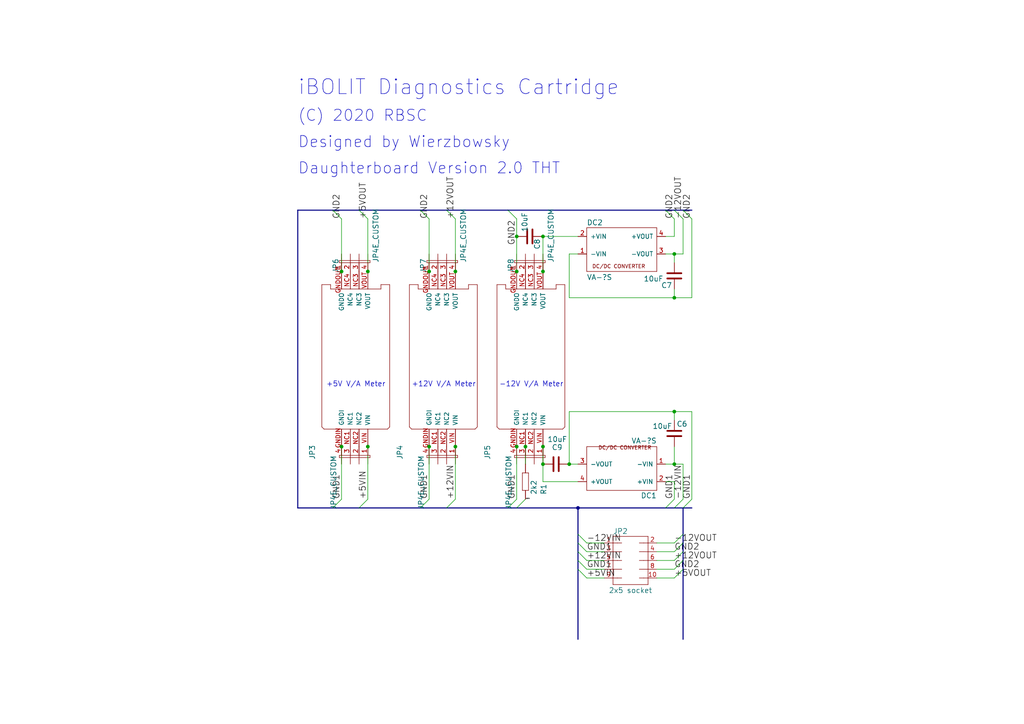
<source format=kicad_sch>
(kicad_sch (version 20211123) (generator eeschema)
  (paper "A4")
  (lib_symbols
    (symbol "Device:C" (pin_numbers hide) (pin_names (offset 0.254))
      (property "Reference" "C" (at 0.635 2.54 0))
      (property "Value" "C" (at 0.635 -2.54 0))
      (symbol "C_0_1"
        (polyline (pts (xy -2.032 -0.762) (xy 2.032 -0.762)) (stroke (width 0.508)))
        (polyline (pts (xy -2.032 0.762) (xy 2.032 0.762)) (stroke (width 0.508)))
      )
      (symbol "C_1_1"
        (pin passive line (at 0 3.81 270) (length 2.794) (name "~") (number "1"))
        (pin passive line (at 0 -3.81 90) (length 2.794) (name "~") (number "2"))
      )
    )
    (symbol "MSXmakers:VA-METER" (pin_names (offset 1.016))
      (symbol "VA-METER_1_0"
        (polyline (pts (xy 5.08 -5.715) (xy 5.715 -6.35)))
        (polyline (pts (xy 5.08 12.7) (xy 5.08 -5.715)))
        (polyline (pts (xy 5.715 -6.35) (xy 46.99 -6.35)))
        (polyline (pts (xy 5.715 13.335) (xy 5.08 12.7)))
        (polyline (pts (xy 5.715 13.335) (xy 46.99 13.335)))
        (polyline (pts (xy 45.72 10.795) (xy 45.72 -3.81)))
        (polyline (pts (xy 46.99 -6.35) (xy 46.99 -3.81)))
        (polyline (pts (xy 46.99 -3.81) (xy 45.72 -3.81)))
        (polyline (pts (xy 46.99 10.795) (xy 45.72 10.795)))
        (polyline (pts (xy 46.99 13.335) (xy 46.99 10.795)))
        (pin bidirectional line (at 0 7.62 0) (length 5.08) (name "GNDI") (number "GNDIN"))
        (pin bidirectional line (at 50.8 7.62 180) (length 5.08) (name "GNDO") (number "GNDOUT"))
        (pin bidirectional line (at 0 5.08 0) (length 5.08) (name "NC1") (number "NC1"))
        (pin bidirectional line (at 0 2.54 0) (length 5.08) (name "NC2") (number "NC2"))
        (pin bidirectional line (at 50.8 2.54 180) (length 5.08) (name "NC3") (number "NC3"))
        (pin bidirectional line (at 50.8 5.08 180) (length 5.08) (name "NC4") (number "NC4"))
        (pin bidirectional line (at 0 0 0) (length 5.08) (name "VIN") (number "VIN"))
        (pin bidirectional line (at 50.8 0 180) (length 5.08) (name "VOUT") (number "VOUT"))
      )
    )
    (symbol "iBolit_daughter-eagle-import:JP4E_CUSTOM" (pin_names (offset 1.016))
      (property "Reference" "JP" (at -3.81 0 90))
      (property "Value" "JP4E_CUSTOM" (at 8.255 0 90))
      (symbol "JP4E_CUSTOM_1_0"
        (polyline (pts (xy -3.175 0) (xy 5.08 0)))
        (polyline (pts (xy -3.175 0.635) (xy -3.175 0)))
        (polyline (pts (xy -2.54 0) (xy -2.54 1.27)))
        (polyline (pts (xy -2.54 2.54) (xy -2.54 1.27)))
        (polyline (pts (xy 0 0) (xy 0 1.27)))
        (polyline (pts (xy 0 2.54) (xy 0 1.27)))
        (polyline (pts (xy 2.54 0) (xy 2.54 1.27)))
        (polyline (pts (xy 2.54 2.54) (xy 2.54 1.27)))
        (polyline (pts (xy 5.08 0) (xy 5.08 1.27)))
        (polyline (pts (xy 5.08 0) (xy 5.715 0)))
        (polyline (pts (xy 5.08 2.54) (xy 5.08 1.27)))
        (polyline (pts (xy 5.715 0) (xy 5.715 0.635)))
        (polyline (pts (xy 5.715 0.635) (xy -3.175 0.635)))
        (pin passive line (at -2.54 -2.54 90) (length 2.54) (name "1") (number "1"))
        (pin passive line (at 0 -2.54 90) (length 2.54) (name "2") (number "2"))
        (pin passive line (at 2.54 -2.54 90) (length 2.54) (name "3") (number "3"))
        (pin passive line (at 5.08 -2.54 90) (length 2.54) (name "4") (number "4"))
      )
    )
    (symbol "iBolit_daughter-eagle-import:JP5Q_CUSTOM" (pin_names (offset 1.016))
      (property "Reference" "JP" (at -7.62 -5.08 90))
      (property "Value" "JP5Q_CUSTOM" (at 9.525 -5.08 90))
      (symbol "JP5Q_CUSTOM_1_0"
        (polyline (pts (xy -6.985 -5.08) (xy 6.985 -5.08)))
        (polyline (pts (xy -6.985 5.08) (xy -6.985 -5.08)))
        (polyline (pts (xy -5.08 -3.81) (xy -5.08 -5.08)))
        (polyline (pts (xy -5.08 -2.54) (xy -5.08 -3.81)))
        (polyline (pts (xy -5.08 2.54) (xy -5.08 3.81)))
        (polyline (pts (xy -5.08 3.81) (xy -5.08 5.08)))
        (polyline (pts (xy -2.54 -3.81) (xy -2.54 -5.08)))
        (polyline (pts (xy -2.54 -2.54) (xy -2.54 -3.81)))
        (polyline (pts (xy -2.54 2.54) (xy -2.54 3.81)))
        (polyline (pts (xy -2.54 3.81) (xy -2.54 5.08)))
        (polyline (pts (xy 0 -3.81) (xy 0 -5.08)))
        (polyline (pts (xy 0 -2.54) (xy 0 -3.81)))
        (polyline (pts (xy 0 2.54) (xy 0 3.81)))
        (polyline (pts (xy 0 3.81) (xy 0 5.08)))
        (polyline (pts (xy 2.54 -3.81) (xy 2.54 -5.08)))
        (polyline (pts (xy 2.54 -2.54) (xy 2.54 -3.81)))
        (polyline (pts (xy 2.54 2.54) (xy 2.54 3.81)))
        (polyline (pts (xy 2.54 3.81) (xy 2.54 5.08)))
        (polyline (pts (xy 5.08 -3.81) (xy 5.08 -5.08)))
        (polyline (pts (xy 5.08 -2.54) (xy 5.08 -3.81)))
        (polyline (pts (xy 5.08 2.54) (xy 5.08 3.81)))
        (polyline (pts (xy 5.08 3.81) (xy 5.08 5.08)))
        (polyline (pts (xy 6.985 -5.08) (xy 6.985 5.08)))
        (polyline (pts (xy 6.985 5.08) (xy -6.985 5.08)))
        (pin passive line (at -5.08 -7.62 90) (length 2.54) (name "1") (number "1"))
        (pin passive line (at 5.08 7.62 270) (length 2.54) (name "10") (number "10"))
        (pin passive line (at -5.08 7.62 270) (length 2.54) (name "2") (number "2"))
        (pin passive line (at -2.54 -7.62 90) (length 2.54) (name "3") (number "3"))
        (pin passive line (at -2.54 7.62 270) (length 2.54) (name "4") (number "4"))
        (pin passive line (at 0 -7.62 90) (length 2.54) (name "5") (number "5"))
        (pin passive line (at 0 7.62 270) (length 2.54) (name "6") (number "6"))
        (pin passive line (at 2.54 -7.62 90) (length 2.54) (name "7") (number "7"))
        (pin passive line (at 2.54 7.62 270) (length 2.54) (name "8") (number "8"))
        (pin passive line (at 5.08 -7.62 90) (length 2.54) (name "9") (number "9"))
      )
    )
    (symbol "iBolit_daughter-eagle-import:R-EU_R0805" (pin_names (offset 1.016))
      (property "Reference" "R" (at -3.81 1.4986 0))
      (property "Value" "R-EU_R0805" (at -3.81 -3.302 0))
      (symbol "R-EU_R0805_1_0"
        (polyline (pts (xy -2.54 -0.889) (xy -2.54 0.889)))
        (polyline (pts (xy -2.54 -0.889) (xy 2.54 -0.889)))
        (polyline (pts (xy 2.54 -0.889) (xy 2.54 0.889)))
        (polyline (pts (xy 2.54 0.889) (xy -2.54 0.889)))
        (pin passive line (at -5.08 0 0) (length 2.54) (name "1") (number "1"))
        (pin passive line (at 5.08 0 180) (length 2.54) (name "2") (number "2"))
      )
    )
    (symbol "iBolit_daughter-eagle-import:VA-?S" (pin_names (offset 1.016))
      (property "Reference" "DC" (at -10.16 5.715 0))
      (property "Value" "VA-?S" (at -10.16 -10.16 0))
      (symbol "VA-?S_1_0"
        (polyline (pts (xy -10.16 -7.62) (xy -10.16 5.08)))
        (polyline (pts (xy -10.16 5.08) (xy 10.16 5.08)))
        (polyline (pts (xy 10.16 -7.62) (xy -10.16 -7.62)))
        (polyline (pts (xy 10.16 5.08) (xy 10.16 -7.62)))
        (text "DC/DC CONVERTER" (at -8.636 -6.731 0) (effects (font (size 1.0668 1.0668)) (justify left bottom)))
        (pin passive line (at -12.7 -2.54 0) (length 2.54) (name "-VIN") (number "1"))
        (pin passive line (at -12.7 2.54 0) (length 2.54) (name "+VIN") (number "2"))
        (pin passive line (at 12.7 -2.54 180) (length 2.54) (name "-VOUT") (number "3"))
        (pin passive line (at 12.7 2.54 180) (length 2.54) (name "+VOUT") (number "4"))
      )
    )
  )
  (junction (at 157.48 78.74))
  (junction (at 106.68 78.74))
  (junction (at 165.1 134.62))
  (junction (at 99.06 129.54))
  (junction (at 106.68 129.54))
  (junction (at 99.06 78.74))
  (junction (at 157.48 68.58))
  (junction (at 167.64 147.32))
  (junction (at 124.46 129.54))
  (junction (at 195.58 134.62))
  (junction (at 195.58 73.66))
  (junction (at 132.08 78.74))
  (junction (at 195.58 86.36))
  (junction (at 124.46 78.74))
  (junction (at 157.48 134.62))
  (junction (at 132.08 129.54))
  (junction (at 152.4 129.54))
  (junction (at 195.58 119.38))
  (junction (at 149.86 129.54))
  (junction (at 149.86 78.74))
  (junction (at 149.86 68.58))
  (junction (at 157.48 129.54))
  (bus_entry (at 193.04 147.32) (size 2.54 -2.54))
  (bus_entry (at 198.12 60.96) (size 2.54 2.54))
  (bus_entry (at 167.64 154.94) (size 2.54 2.54))
  (bus_entry (at 104.14 60.96) (size 2.54 2.54))
  (bus_entry (at 167.64 160.02) (size 2.54 2.54))
  (bus_entry (at 167.64 165.1) (size 2.54 2.54))
  (bus_entry (at 96.52 60.96) (size 2.54 2.54))
  (bus_entry (at 195.58 162.56) (size 2.54 -2.54))
  (bus_entry (at 195.58 60.96) (size 2.54 2.54))
  (bus_entry (at 129.54 60.96) (size 2.54 2.54))
  (bus_entry (at 96.52 147.32) (size 2.54 -2.54))
  (bus_entry (at 104.14 147.32) (size 2.54 -2.54))
  (bus_entry (at 195.58 147.32) (size 2.54 -2.54))
  (bus_entry (at 195.58 160.02) (size 2.54 -2.54))
  (bus_entry (at 129.54 147.32) (size 2.54 -2.54))
  (bus_entry (at 195.58 167.64) (size 2.54 -2.54))
  (bus_entry (at 195.58 157.48) (size 2.54 -2.54))
  (bus_entry (at 198.12 147.32) (size 2.54 -2.54))
  (bus_entry (at 121.92 147.32) (size 2.54 -2.54))
  (bus_entry (at 167.64 157.48) (size 2.54 2.54))
  (bus_entry (at 149.86 147.32) (size 2.54 -2.54))
  (bus_entry (at 167.64 162.56) (size 2.54 2.54))
  (bus_entry (at 147.32 60.96) (size 2.54 2.54))
  (bus_entry (at 121.92 60.96) (size 2.54 2.54))
  (bus_entry (at 193.04 60.96) (size 2.54 2.54))
  (bus_entry (at 147.32 147.32) (size 2.54 -2.54))
  (bus_entry (at 195.58 165.1) (size 2.54 -2.54))
  (wire (pts (xy 165.1 86.36) (xy 165.1 73.66)))
  (wire (pts (xy 124.46 129.54) (xy 124.46 144.78)))
  (wire (pts (xy 195.58 139.7) (xy 195.58 144.78)))
  (bus (pts (xy 96.52 147.32) (xy 104.14 147.32)))
  (wire (pts (xy 157.48 134.62) (xy 157.48 139.7)))
  (wire (pts (xy 193.04 73.66) (xy 195.58 73.66)))
  (wire (pts (xy 170.18 167.64) (xy 175.26 167.64)))
  (wire (pts (xy 198.12 134.62) (xy 198.12 144.78)))
  (wire (pts (xy 195.58 76.2) (xy 195.58 73.66)))
  (bus (pts (xy 193.04 147.32) (xy 195.58 147.32)))
  (bus (pts (xy 198.12 160.02) (xy 198.12 162.56)))
  (wire (pts (xy 167.64 134.62) (xy 165.1 134.62)))
  (bus (pts (xy 104.14 60.96) (xy 121.92 60.96)))
  (wire (pts (xy 149.86 144.78) (xy 149.86 129.54)))
  (bus (pts (xy 86.36 147.32) (xy 96.52 147.32)))
  (wire (pts (xy 195.58 162.56) (xy 190.5 162.56)))
  (wire (pts (xy 170.18 157.48) (xy 175.26 157.48)))
  (bus (pts (xy 193.04 60.96) (xy 195.58 60.96)))
  (wire (pts (xy 165.1 73.66) (xy 167.64 73.66)))
  (bus (pts (xy 129.54 147.32) (xy 147.32 147.32)))
  (bus (pts (xy 198.12 147.32) (xy 200.66 147.32)))
  (bus (pts (xy 96.52 60.96) (xy 104.14 60.96)))
  (wire (pts (xy 152.4 134.62) (xy 152.4 129.54)))
  (wire (pts (xy 200.66 144.78) (xy 200.66 119.38)))
  (wire (pts (xy 200.66 86.36) (xy 195.58 86.36)))
  (bus (pts (xy 104.14 147.32) (xy 121.92 147.32)))
  (bus (pts (xy 147.32 60.96) (xy 193.04 60.96)))
  (wire (pts (xy 195.58 121.92) (xy 195.58 119.38)))
  (bus (pts (xy 167.64 162.56) (xy 167.64 165.1)))
  (wire (pts (xy 149.86 68.58) (xy 149.86 78.74)))
  (wire (pts (xy 195.58 86.36) (xy 165.1 86.36)))
  (bus (pts (xy 198.12 60.96) (xy 200.66 60.96)))
  (wire (pts (xy 132.08 63.5) (xy 132.08 78.74)))
  (bus (pts (xy 149.86 147.32) (xy 167.64 147.32)))
  (wire (pts (xy 195.58 167.64) (xy 190.5 167.64)))
  (wire (pts (xy 124.46 78.74) (xy 124.46 63.5)))
  (wire (pts (xy 195.58 63.5) (xy 195.58 68.58)))
  (bus (pts (xy 195.58 147.32) (xy 198.12 147.32)))
  (wire (pts (xy 195.58 83.82) (xy 195.58 86.36)))
  (bus (pts (xy 147.32 147.32) (xy 149.86 147.32)))
  (bus (pts (xy 167.64 147.32) (xy 167.64 154.94)))
  (wire (pts (xy 170.18 162.56) (xy 175.26 162.56)))
  (bus (pts (xy 198.12 157.48) (xy 198.12 160.02)))
  (wire (pts (xy 193.04 139.7) (xy 195.58 139.7)))
  (bus (pts (xy 195.58 60.96) (xy 198.12 60.96)))
  (wire (pts (xy 167.64 139.7) (xy 157.48 139.7)))
  (bus (pts (xy 167.64 154.94) (xy 167.64 157.48)))
  (bus (pts (xy 121.92 147.32) (xy 129.54 147.32)))
  (wire (pts (xy 195.58 160.02) (xy 190.5 160.02)))
  (wire (pts (xy 198.12 73.66) (xy 198.12 63.5)))
  (bus (pts (xy 129.54 60.96) (xy 147.32 60.96)))
  (wire (pts (xy 195.58 134.62) (xy 198.12 134.62)))
  (wire (pts (xy 195.58 165.1) (xy 190.5 165.1)))
  (bus (pts (xy 167.64 147.32) (xy 193.04 147.32)))
  (wire (pts (xy 195.58 134.62) (xy 195.58 129.54)))
  (wire (pts (xy 195.58 157.48) (xy 190.5 157.48)))
  (wire (pts (xy 193.04 134.62) (xy 195.58 134.62)))
  (wire (pts (xy 99.06 78.74) (xy 99.06 63.5)))
  (wire (pts (xy 200.66 63.5) (xy 200.66 86.36)))
  (bus (pts (xy 121.92 60.96) (xy 129.54 60.96)))
  (wire (pts (xy 200.66 119.38) (xy 195.58 119.38)))
  (wire (pts (xy 165.1 119.38) (xy 165.1 134.62)))
  (wire (pts (xy 195.58 119.38) (xy 165.1 119.38)))
  (wire (pts (xy 106.68 78.74) (xy 106.68 63.5)))
  (bus (pts (xy 198.12 147.32) (xy 198.12 154.94)))
  (bus (pts (xy 198.12 165.1) (xy 198.12 185.42)))
  (bus (pts (xy 86.36 60.96) (xy 96.52 60.96)))
  (wire (pts (xy 167.64 68.58) (xy 157.48 68.58)))
  (bus (pts (xy 167.64 160.02) (xy 167.64 162.56)))
  (wire (pts (xy 195.58 68.58) (xy 193.04 68.58)))
  (bus (pts (xy 167.64 157.48) (xy 167.64 160.02)))
  (wire (pts (xy 132.08 144.78) (xy 132.08 129.54)))
  (wire (pts (xy 170.18 160.02) (xy 175.26 160.02)))
  (wire (pts (xy 99.06 129.54) (xy 99.06 144.78)))
  (wire (pts (xy 170.18 165.1) (xy 175.26 165.1)))
  (wire (pts (xy 106.68 129.54) (xy 106.68 144.78)))
  (bus (pts (xy 167.64 165.1) (xy 167.64 185.42)))
  (wire (pts (xy 157.48 68.58) (xy 157.48 78.74)))
  (bus (pts (xy 198.12 154.94) (xy 198.12 157.48)))
  (wire (pts (xy 149.86 63.5) (xy 149.86 68.58)))
  (bus (pts (xy 86.36 147.32) (xy 86.36 60.96)))
  (wire (pts (xy 157.48 129.54) (xy 157.48 134.62)))
  (wire (pts (xy 195.58 73.66) (xy 198.12 73.66)))
  (bus (pts (xy 198.12 162.56) (xy 198.12 165.1)))
  (text "iBOLIT Diagnostics Cartridge" (at 86.36 27.94 0) (effects (font (size 4.318 4.318)) (justify left bottom)))
  (text "Daughterboard Version 2.0 THT" (at 86.36 50.8 0) (effects (font (size 3.2258 3.2258)) (justify left bottom)))
  (text "+12V V/A Meter" (at 119.38 112.395 0) (effects (font (size 1.4986 1.4986)) (justify left bottom)))
  (text "+5V V/A Meter" (at 94.615 112.395 0) (effects (font (size 1.4986 1.4986)) (justify left bottom)))
  (text "(C) 2020 RBSC" (at 86.36 35.56 0) (effects (font (size 3.2258 3.2258)) (justify left bottom)))
  (text "Designed by Wierzbowsky" (at 86.36 43.18 0) (effects (font (size 3.2258 3.2258)) (justify left bottom)))
  (text "-12V V/A Meter" (at 144.78 112.395 0) (effects (font (size 1.4986 1.4986)) (justify left bottom)))
  (label "-12VIN" (at 170.18 157.48 0) (effects (font (size 1.778 1.778))))
  (label "+12VIN" (at 170.18 162.56 0) (effects (font (size 1.778 1.778))))
  (label "GND1" (at 124.46 144.78 90) (effects (font (size 1.778 1.778))))
  (label "+5VIN" (at 152.4 144.78 0) (effects (font (size 0.254 0.254))))
  (label "GND1" (at 170.18 165.1 0) (effects (font (size 1.778 1.778))))
  (label "+12VIN" (at 132.08 144.78 90) (effects (font (size 1.778 1.778))))
  (label "+12VOUT" (at 195.58 162.56 0) (effects (font (size 1.778 1.778))))
  (label "-12VOUT" (at 198.12 63.5 90) (effects (font (size 1.778 1.778))))
  (label "+5VOUT" (at 195.58 167.64 0) (effects (font (size 1.778 1.778))))
  (label "GND2" (at 149.86 71.12 90) (effects (font (size 1.778 1.778))))
  (label "GND2" (at 195.58 160.02 0) (effects (font (size 1.778 1.778))))
  (label "GND1" (at 149.86 144.78 90) (effects (font (size 1.778 1.778))))
  (label "GND1" (at 170.18 160.02 0) (effects (font (size 1.778 1.778))))
  (label "+12VOUT" (at 132.08 63.5 90) (effects (font (size 1.778 1.778))))
  (label "-12VIN" (at 198.12 144.78 90) (effects (font (size 1.778 1.778))))
  (label "GND2" (at 200.66 63.5 90) (effects (font (size 1.778 1.778))))
  (label "+5VOUT" (at 106.68 63.5 90) (effects (font (size 1.778 1.778))))
  (label "GND2" (at 99.06 63.5 90) (effects (font (size 1.778 1.778))))
  (label "GND1" (at 195.58 144.78 90) (effects (font (size 1.778 1.778))))
  (label "+5VIN" (at 106.68 144.78 90) (effects (font (size 1.778 1.778))))
  (label "GND1" (at 99.06 144.78 90) (effects (font (size 1.778 1.778))))
  (label "GND2" (at 124.46 63.5 90) (effects (font (size 1.778 1.778))))
  (label "-12VOUT" (at 195.58 157.48 0) (effects (font (size 1.778 1.778))))
  (label "GND2" (at 195.58 165.1 0) (effects (font (size 1.778 1.778))))
  (label "GND2" (at 195.58 63.5 90) (effects (font (size 1.778 1.778))))
  (label "+5VIN" (at 170.18 167.64 0) (effects (font (size 1.778 1.778))))
  (label "GND1" (at 200.66 144.78 90) (effects (font (size 1.778 1.778))))
  (symbol (lib_id "MSXmakers:VA-METER") (at 157.48 129.54 90) (unit 1)
    (property "Reference" "X3" (effects hide))
    (property "Value" "VA-METER" (effects hide))
    (property "Footprint" "MSXmakers:VA_METER" (effects hide))
  )
  (symbol (lib_id "iBolit_daughter-eagle-import:R-EU_R0805") (at 152.4 139.7 90) (unit 1)
    (property "Reference" "R1" (at 158.5214 143.51 0) (effects (font (size 1.4986 1.4986)) (justify left bottom)))
    (property "Value" "2k2" (at 155.702 143.51 0) (effects (font (size 1.4986 1.4986)) (justify left bottom)))
    (property "Footprint" "Resistor_THT:R_Axial_DIN0207_L6.3mm_D2.5mm_P7.62mm_Horizontal" (effects hide))
  )
  (symbol (lib_id "iBolit_daughter-eagle-import:VA-?S") (at 180.34 137.16 180) (unit 1)
    (property "Reference" "DC1" (at 190.5 142.875 0) (effects (font (size 1.4986 1.4986)) (justify left bottom)))
    (property "Value" "VA-?S" (at 190.5 127 0) (effects (font (size 1.4986 1.4986)) (justify left bottom)))
    (property "Footprint" "MSXmakers:4SIL" (effects hide))
  )
  (symbol (lib_id "Device:C") (at 195.58 125.73 0) (unit 1)
    (property "Reference" "C6" (at 196.215 123.825 0) (effects (font (size 1.4986 1.4986)) (justify left bottom)))
    (property "Value" "10uF" (at 189.23 124.46 0) (effects (font (size 1.4986 1.4986)) (justify left bottom)))
    (property "Footprint" "Capacitor_THT:C_Disc_D4.7mm_W2.5mm_P5.00mm" (effects hide))
  )
  (symbol (lib_id "iBolit_daughter-eagle-import:JP4E_CUSTOM") (at 129.54 132.08 180) (unit 1)
    (property "Reference" "JP4" (at 116.84 133.35 90) (effects (font (size 1.4986 1.4986)) (justify right top)))
    (property "Value" "JP4E_CUSTOM" (at 121.285 132.08 90) (effects (font (size 1.4986 1.4986)) (justify left bottom)))
    (property "Footprint" "iBolit_daughter:JP4_CUSTOM" (effects hide))
  )
  (symbol (lib_id "iBolit_daughter-eagle-import:JP4E_CUSTOM") (at 127 76.2 0) (unit 1)
    (property "Reference" "JP7" (at 121.92 74.93 90) (effects (font (size 1.4986 1.4986)) (justify right top)))
    (property "Value" "JP4E_CUSTOM" (at 135.255 76.2 90) (effects (font (size 1.4986 1.4986)) (justify left bottom)))
    (property "Footprint" "iBolit_daughter:JP4_CUSTOM" (effects hide))
  )
  (symbol (lib_id "iBolit_daughter-eagle-import:JP4E_CUSTOM") (at 154.94 132.08 180) (unit 1)
    (property "Reference" "JP5" (at 142.24 133.35 90) (effects (font (size 1.4986 1.4986)) (justify right top)))
    (property "Value" "JP4E_CUSTOM" (at 146.685 132.08 90) (effects (font (size 1.4986 1.4986)) (justify left bottom)))
    (property "Footprint" "iBolit_daughter:JP4_CUSTOM" (effects hide))
  )
  (symbol (lib_id "MSXmakers:VA-METER") (at 106.68 129.54 90) (unit 1)
    (property "Reference" "X1" (effects hide))
    (property "Value" "VA-METER" (effects hide))
    (property "Footprint" "MSXmakers:VA_METER" (effects hide))
  )
  (symbol (lib_id "iBolit_daughter-eagle-import:JP4E_CUSTOM") (at 101.6 76.2 0) (unit 1)
    (property "Reference" "JP6" (at 96.52 74.93 90) (effects (font (size 1.4986 1.4986)) (justify right top)))
    (property "Value" "JP4E_CUSTOM" (at 109.855 76.2 90) (effects (font (size 1.4986 1.4986)) (justify left bottom)))
    (property "Footprint" "iBolit_daughter:JP4_CUSTOM" (effects hide))
  )
  (symbol (lib_id "Device:C") (at 195.58 80.01 180) (unit 1)
    (property "Reference" "C7" (at 194.945 81.915 0) (effects (font (size 1.4986 1.4986)) (justify left bottom)))
    (property "Value" "10uF" (at 192.405 80.01 0) (effects (font (size 1.4986 1.4986)) (justify left bottom)))
    (property "Footprint" "Capacitor_THT:C_Disc_D4.7mm_W2.5mm_P5.00mm" (effects hide))
  )
  (symbol (lib_id "Device:C") (at 153.67 68.58 270) (unit 1)
    (property "Reference" "C8" (at 154.94 69.215 0) (effects (font (size 1.4986 1.4986)) (justify left bottom)))
    (property "Value" "10uF" (at 153.035 67.31 0) (effects (font (size 1.4986 1.4986)) (justify right top)))
    (property "Footprint" "Capacitor_THT:C_Disc_D4.7mm_W2.5mm_P5.00mm" (effects hide))
  )
  (symbol (lib_id "iBolit_daughter-eagle-import:JP4E_CUSTOM") (at 152.4 76.2 0) (unit 1)
    (property "Reference" "JP8" (at 147.32 74.93 90) (effects (font (size 1.4986 1.4986)) (justify right top)))
    (property "Value" "JP4E_CUSTOM" (at 160.655 76.2 90) (effects (font (size 1.4986 1.4986)) (justify left bottom)))
    (property "Footprint" "iBolit_daughter:JP4_CUSTOM" (effects hide))
  )
  (symbol (lib_id "iBolit_daughter-eagle-import:JP4E_CUSTOM") (at 104.14 132.08 180) (unit 1)
    (property "Reference" "JP3" (at 91.44 133.35 90) (effects (font (size 1.4986 1.4986)) (justify right top)))
    (property "Value" "JP4E_CUSTOM" (at 95.885 132.08 90) (effects (font (size 1.4986 1.4986)) (justify left bottom)))
    (property "Footprint" "iBolit_daughter:JP4_CUSTOM" (effects hide))
  )
  (symbol (lib_id "iBolit_daughter-eagle-import:VA-?S") (at 180.34 71.12 0) (unit 1)
    (property "Reference" "DC2" (at 170.18 65.405 0) (effects (font (size 1.4986 1.4986)) (justify left bottom)))
    (property "Value" "VA-?S" (at 170.18 81.28 0) (effects (font (size 1.4986 1.4986)) (justify left bottom)))
    (property "Footprint" "MSXmakers:4SIL" (effects hide))
  )
  (symbol (lib_id "MSXmakers:VA-METER") (at 132.08 129.54 90) (unit 1)
    (property "Reference" "X2" (effects hide))
    (property "Value" "VA-METER" (effects hide))
    (property "Footprint" "MSXmakers:VA_METER" (effects hide))
  )
  (symbol (lib_id "Device:C") (at 161.29 134.62 90) (unit 1)
    (property "Reference" "C9" (at 163.195 128.905 90) (effects (font (size 1.4986 1.4986)) (justify left bottom)))
    (property "Value" "10uF" (at 158.75 128.27 90) (effects (font (size 1.4986 1.4986)) (justify right top)))
    (property "Footprint" "Capacitor_THT:C_Disc_D4.7mm_W2.5mm_P5.00mm" (effects hide))
  )
  (symbol (lib_id "iBolit_daughter-eagle-import:JP5Q_CUSTOM") (at 182.88 162.56 270) (unit 1)
    (property "Reference" "JP2" (at 177.8 154.94 90) (effects (font (size 1.4986 1.4986)) (justify left bottom)))
    (property "Value" "2x5 socket" (at 176.53 172.085 90) (effects (font (size 1.4986 1.4986)) (justify left bottom)))
    (property "Footprint" "iBolit_daughter:JP5Q_CUSTOM" (effects hide))
  )
)
</source>
